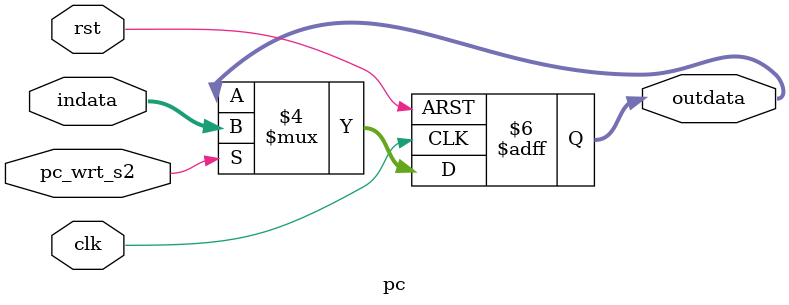
<source format=v>
`timescale 1ns / 1ps
module pc(indata,outdata,pc_wrt_s2,rst,clk);
input [15:0]indata;
input clk,pc_wrt_s2,rst;
output [15:0] outdata;
reg [15:0] outdata;
always @ (posedge clk or negedge rst)
if(~rst)outdata=0;
else
begin
   if(pc_wrt_s2)
  begin
    outdata=indata;
    $display("At this posedge  contents of pc are %h",outdata);
  end
end
endmodule

</source>
